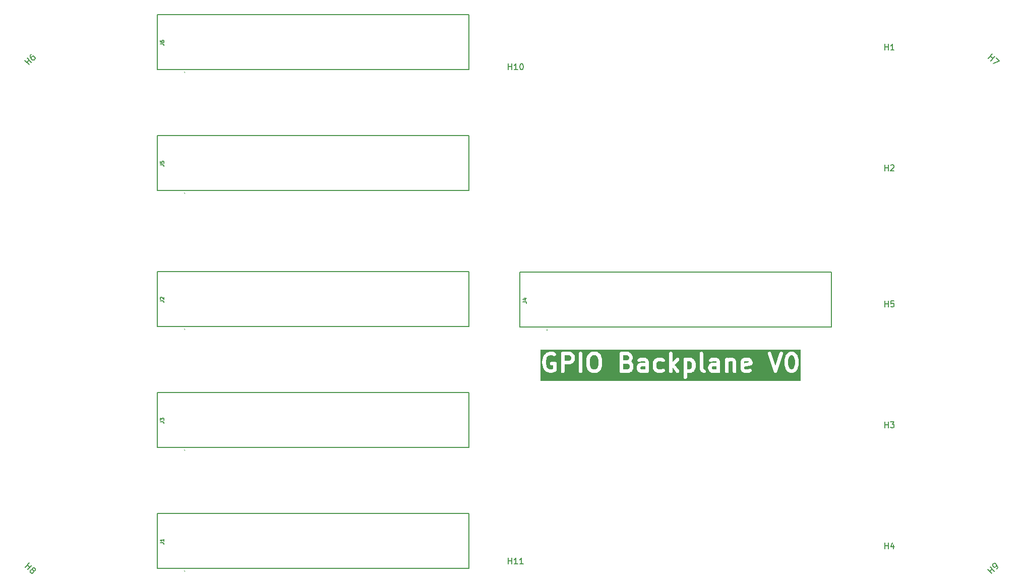
<source format=gto>
%TF.GenerationSoftware,KiCad,Pcbnew,8.0.7*%
%TF.CreationDate,2025-04-27T16:19:09+02:00*%
%TF.ProjectId,GPIO Backplane Board,4750494f-2042-4616-936b-706c616e6520,Pico GPIO Wide*%
%TF.SameCoordinates,Original*%
%TF.FileFunction,Legend,Top*%
%TF.FilePolarity,Positive*%
%FSLAX46Y46*%
G04 Gerber Fmt 4.6, Leading zero omitted, Abs format (unit mm)*
G04 Created by KiCad (PCBNEW 8.0.7) date 2025-04-27 16:19:09*
%MOMM*%
%LPD*%
G01*
G04 APERTURE LIST*
%ADD10C,0.600000*%
%ADD11C,0.150000*%
%ADD12C,0.100000*%
%ADD13C,0.200000*%
G04 APERTURE END LIST*
D10*
G36*
X116450598Y-25781070D02*
G01*
X116524608Y-25855079D01*
X116614021Y-26033905D01*
X116614021Y-26749408D01*
X116524608Y-26928234D01*
X116450598Y-27002244D01*
X116271772Y-27091657D01*
X115841984Y-27091657D01*
X115785449Y-27063389D01*
X115785449Y-25719924D01*
X115841984Y-25691657D01*
X116271772Y-25691657D01*
X116450598Y-25781070D01*
G37*
G36*
X100593456Y-24781070D02*
G01*
X100785988Y-24973602D01*
X100899735Y-25428589D01*
X100899735Y-26354724D01*
X100785988Y-26809710D01*
X100593455Y-27002243D01*
X100414629Y-27091657D01*
X99984841Y-27091657D01*
X99806015Y-27002244D01*
X99613481Y-26809710D01*
X99499735Y-26354724D01*
X99499735Y-25428589D01*
X99613481Y-24973602D01*
X99806014Y-24781070D01*
X99984841Y-24691657D01*
X100414629Y-24691657D01*
X100593456Y-24781070D01*
G37*
G36*
X106037681Y-26225295D02*
G01*
X106096035Y-26283649D01*
X106185449Y-26462476D01*
X106185449Y-26749408D01*
X106096035Y-26928234D01*
X106022026Y-27002244D01*
X105843200Y-27091657D01*
X105071163Y-27091657D01*
X105071163Y-26120228D01*
X105722480Y-26120228D01*
X106037681Y-26225295D01*
G37*
G36*
X105879170Y-24781070D02*
G01*
X105953179Y-24855079D01*
X106042592Y-25033905D01*
X106042592Y-25177980D01*
X105953179Y-25356806D01*
X105879170Y-25430814D01*
X105700343Y-25520228D01*
X105071163Y-25520228D01*
X105071163Y-24691657D01*
X105700343Y-24691657D01*
X105879170Y-24781070D01*
G37*
G36*
X108756878Y-27063389D02*
G01*
X108700343Y-27091657D01*
X108127698Y-27091657D01*
X107994769Y-27025193D01*
X107928306Y-26892265D01*
X107928306Y-26748191D01*
X107994769Y-26615263D01*
X108127698Y-26548800D01*
X108756878Y-26548800D01*
X108756878Y-27063389D01*
G37*
G36*
X120756879Y-27063389D02*
G01*
X120700344Y-27091657D01*
X120127699Y-27091657D01*
X119994770Y-27025193D01*
X119928307Y-26892265D01*
X119928307Y-26748191D01*
X119994770Y-26615263D01*
X120127699Y-26548800D01*
X120756879Y-26548800D01*
X120756879Y-27063389D01*
G37*
G36*
X126118986Y-25758120D02*
G01*
X126171338Y-25862823D01*
X125356879Y-26025715D01*
X125356879Y-25891048D01*
X125423342Y-25758120D01*
X125556271Y-25691657D01*
X125986059Y-25691657D01*
X126118986Y-25758120D01*
G37*
G36*
X133593457Y-24781070D02*
G01*
X133667467Y-24855079D01*
X133773823Y-25067792D01*
X133899737Y-25571446D01*
X133899737Y-26211867D01*
X133773823Y-26715521D01*
X133667467Y-26928234D01*
X133593457Y-27002244D01*
X133414631Y-27091657D01*
X133270557Y-27091657D01*
X133091731Y-27002244D01*
X133017721Y-26928234D01*
X132911364Y-26715520D01*
X132785451Y-26211867D01*
X132785451Y-25571446D01*
X132911364Y-25067791D01*
X133017720Y-24855079D01*
X133091730Y-24781070D01*
X133270557Y-24691657D01*
X133414631Y-24691657D01*
X133593457Y-24781070D01*
G37*
G36*
X96164885Y-24781070D02*
G01*
X96238894Y-24855079D01*
X96328307Y-25033905D01*
X96328307Y-25320837D01*
X96238894Y-25499663D01*
X96164885Y-25573671D01*
X95986058Y-25663085D01*
X95214021Y-25663085D01*
X95214021Y-24691657D01*
X95986058Y-24691657D01*
X96164885Y-24781070D01*
G37*
G36*
X134833070Y-29022423D02*
G01*
X91137831Y-29022423D01*
X91137831Y-25677371D01*
X91471164Y-25677371D01*
X91471164Y-26105942D01*
X91473172Y-26136587D01*
X91473114Y-26140091D01*
X91473565Y-26142581D01*
X91473731Y-26145100D01*
X91474635Y-26148476D01*
X91480121Y-26178703D01*
X91622978Y-26750131D01*
X91629427Y-26770232D01*
X91630477Y-26775363D01*
X91632988Y-26781334D01*
X91634966Y-26787497D01*
X91637505Y-26792072D01*
X91645693Y-26811535D01*
X91788550Y-27097249D01*
X91808358Y-27131125D01*
X91814352Y-27137885D01*
X91818872Y-27145713D01*
X91844746Y-27175217D01*
X92130461Y-27460932D01*
X92142647Y-27471619D01*
X92146032Y-27475436D01*
X92149948Y-27478021D01*
X92159965Y-27486806D01*
X92186154Y-27501926D01*
X92211388Y-27518587D01*
X92223723Y-27523617D01*
X92227788Y-27525964D01*
X92232715Y-27527284D01*
X92247725Y-27533405D01*
X92676295Y-27676262D01*
X92714255Y-27686209D01*
X92723274Y-27686750D01*
X92732006Y-27689090D01*
X92771164Y-27691657D01*
X93056878Y-27691657D01*
X93096036Y-27689090D01*
X93104763Y-27686751D01*
X93113786Y-27686210D01*
X93151746Y-27676262D01*
X93580318Y-27533405D01*
X93595323Y-27527285D01*
X93600256Y-27525964D01*
X93604324Y-27523615D01*
X93616654Y-27518587D01*
X93641886Y-27501928D01*
X93668079Y-27486805D01*
X93678092Y-27478023D01*
X93682010Y-27475437D01*
X93685395Y-27471618D01*
X93697583Y-27460931D01*
X93840440Y-27318073D01*
X93866305Y-27288577D01*
X93866313Y-27288570D01*
X93905471Y-27220747D01*
X93925740Y-27145100D01*
X93928307Y-27105942D01*
X93928307Y-26105942D01*
X93925740Y-26066784D01*
X93905471Y-25991137D01*
X93866313Y-25923314D01*
X93810935Y-25867936D01*
X93743112Y-25828778D01*
X93667465Y-25808509D01*
X93628307Y-25805942D01*
X93056878Y-25805942D01*
X93017720Y-25808509D01*
X92942073Y-25828778D01*
X92874250Y-25867936D01*
X92818872Y-25923314D01*
X92779714Y-25991137D01*
X92759445Y-26066784D01*
X92759445Y-26145100D01*
X92779714Y-26220747D01*
X92818872Y-26288570D01*
X92874250Y-26343948D01*
X92942073Y-26383106D01*
X93017720Y-26403375D01*
X93056878Y-26405942D01*
X93328307Y-26405942D01*
X93328307Y-26981678D01*
X93323395Y-26986590D01*
X93008195Y-27091657D01*
X92819847Y-27091657D01*
X92504647Y-26986590D01*
X92303434Y-26785377D01*
X92197077Y-26572664D01*
X92071164Y-26069009D01*
X92071164Y-25714303D01*
X92197077Y-25210648D01*
X92303433Y-24997936D01*
X92504647Y-24796723D01*
X92819847Y-24691657D01*
X93128916Y-24691657D01*
X93351286Y-24802842D01*
X93387458Y-24818058D01*
X93464183Y-24833759D01*
X93542358Y-24829067D01*
X93616655Y-24804301D01*
X93682011Y-24761150D01*
X93733970Y-24702554D01*
X93768994Y-24632506D01*
X93784695Y-24555781D01*
X93780003Y-24477606D01*
X93755237Y-24403309D01*
X93747544Y-24391657D01*
X94614021Y-24391657D01*
X94614021Y-27391657D01*
X94616588Y-27430815D01*
X94636857Y-27506462D01*
X94676015Y-27574285D01*
X94731393Y-27629663D01*
X94799216Y-27668821D01*
X94874863Y-27689090D01*
X94953179Y-27689090D01*
X95028826Y-27668821D01*
X95096649Y-27629663D01*
X95152027Y-27574285D01*
X95191185Y-27506462D01*
X95211454Y-27430815D01*
X95214021Y-27391657D01*
X95214021Y-26263085D01*
X96056878Y-26263085D01*
X96073054Y-26262024D01*
X96078144Y-26262330D01*
X96082739Y-26261389D01*
X96096036Y-26260518D01*
X96125249Y-26252690D01*
X96154870Y-26246629D01*
X96167148Y-26241464D01*
X96171683Y-26240249D01*
X96176102Y-26237697D01*
X96191042Y-26231413D01*
X96476757Y-26088556D01*
X96510633Y-26068748D01*
X96517393Y-26062753D01*
X96525221Y-26058234D01*
X96554725Y-26032360D01*
X96697582Y-25889503D01*
X96723456Y-25859999D01*
X96727975Y-25852171D01*
X96733970Y-25845411D01*
X96753778Y-25811535D01*
X96896635Y-25525821D01*
X96902919Y-25510881D01*
X96905471Y-25506462D01*
X96906686Y-25501927D01*
X96911851Y-25489649D01*
X96917912Y-25460027D01*
X96925740Y-25430815D01*
X96926611Y-25417519D01*
X96927552Y-25412924D01*
X96927246Y-25407834D01*
X96928307Y-25391657D01*
X96928307Y-24963085D01*
X96927246Y-24946907D01*
X96927552Y-24941818D01*
X96926611Y-24937222D01*
X96925740Y-24923927D01*
X96917912Y-24894714D01*
X96911851Y-24865093D01*
X96906686Y-24852814D01*
X96905471Y-24848280D01*
X96902919Y-24843860D01*
X96896635Y-24828921D01*
X96753778Y-24543207D01*
X96733970Y-24509331D01*
X96727975Y-24502570D01*
X96723456Y-24494743D01*
X96697582Y-24465239D01*
X96624000Y-24391657D01*
X97614021Y-24391657D01*
X97614021Y-27391657D01*
X97616588Y-27430815D01*
X97636857Y-27506462D01*
X97676015Y-27574285D01*
X97731393Y-27629663D01*
X97799216Y-27668821D01*
X97874863Y-27689090D01*
X97953179Y-27689090D01*
X98028826Y-27668821D01*
X98096649Y-27629663D01*
X98152027Y-27574285D01*
X98191185Y-27506462D01*
X98211454Y-27430815D01*
X98214021Y-27391657D01*
X98214021Y-25391657D01*
X98899735Y-25391657D01*
X98899735Y-26391657D01*
X98901743Y-26422302D01*
X98901685Y-26425806D01*
X98902136Y-26428296D01*
X98902302Y-26430815D01*
X98903206Y-26434191D01*
X98908692Y-26464418D01*
X99051549Y-27035846D01*
X99063537Y-27073212D01*
X99064769Y-27075432D01*
X99065428Y-27077890D01*
X99083759Y-27109640D01*
X99101548Y-27141685D01*
X99103316Y-27143513D01*
X99104586Y-27145713D01*
X99130460Y-27175217D01*
X99416175Y-27460932D01*
X99445679Y-27486806D01*
X99453506Y-27491325D01*
X99460267Y-27497320D01*
X99494143Y-27517128D01*
X99779857Y-27659985D01*
X99794796Y-27666269D01*
X99799216Y-27668821D01*
X99803750Y-27670036D01*
X99816029Y-27675201D01*
X99845650Y-27681262D01*
X99874863Y-27689090D01*
X99888158Y-27689961D01*
X99892754Y-27690902D01*
X99897843Y-27690596D01*
X99914021Y-27691657D01*
X100485449Y-27691657D01*
X100501625Y-27690596D01*
X100506715Y-27690902D01*
X100511310Y-27689961D01*
X100524607Y-27689090D01*
X100553820Y-27681262D01*
X100583441Y-27675201D01*
X100595719Y-27670036D01*
X100600254Y-27668821D01*
X100604673Y-27666269D01*
X100619613Y-27659985D01*
X100905328Y-27517128D01*
X100939204Y-27497320D01*
X100945967Y-27491322D01*
X100953792Y-27486805D01*
X100983296Y-27460932D01*
X101269010Y-27175217D01*
X101294884Y-27145713D01*
X101296155Y-27143511D01*
X101297922Y-27141684D01*
X101315703Y-27109653D01*
X101334042Y-27077890D01*
X101334700Y-27075432D01*
X101335933Y-27073212D01*
X101347921Y-27035846D01*
X101490778Y-26464417D01*
X101496263Y-26434192D01*
X101497168Y-26430815D01*
X101497333Y-26428295D01*
X101497785Y-26425806D01*
X101497726Y-26422302D01*
X101499735Y-26391657D01*
X101499735Y-25391657D01*
X101497726Y-25361011D01*
X101497785Y-25357507D01*
X101497333Y-25355016D01*
X101497168Y-25352499D01*
X101496263Y-25349123D01*
X101490778Y-25318896D01*
X101347921Y-24747467D01*
X101335933Y-24710101D01*
X101334700Y-24707880D01*
X101334042Y-24705423D01*
X101315703Y-24673659D01*
X101297922Y-24641629D01*
X101296155Y-24639801D01*
X101294884Y-24637600D01*
X101269010Y-24608096D01*
X101052571Y-24391657D01*
X104471163Y-24391657D01*
X104471163Y-27391657D01*
X104473730Y-27430815D01*
X104493999Y-27506462D01*
X104533157Y-27574285D01*
X104588535Y-27629663D01*
X104656358Y-27668821D01*
X104732005Y-27689090D01*
X104771163Y-27691657D01*
X105914020Y-27691657D01*
X105930196Y-27690596D01*
X105935286Y-27690902D01*
X105939881Y-27689961D01*
X105953178Y-27689090D01*
X105982391Y-27681262D01*
X106012012Y-27675201D01*
X106024290Y-27670036D01*
X106028825Y-27668821D01*
X106033244Y-27666269D01*
X106048184Y-27659985D01*
X106333899Y-27517128D01*
X106367775Y-27497320D01*
X106374536Y-27491324D01*
X106382364Y-27486805D01*
X106411868Y-27460931D01*
X106554725Y-27318073D01*
X106580598Y-27288569D01*
X106585115Y-27280744D01*
X106591112Y-27273982D01*
X106610920Y-27240106D01*
X106753777Y-26954392D01*
X106760061Y-26939452D01*
X106762613Y-26935033D01*
X106763828Y-26930498D01*
X106768993Y-26918220D01*
X106775054Y-26888598D01*
X106782882Y-26859386D01*
X106783753Y-26846090D01*
X106784694Y-26841495D01*
X106784388Y-26836405D01*
X106785449Y-26820228D01*
X106785449Y-26677371D01*
X107328306Y-26677371D01*
X107328306Y-26963085D01*
X107329366Y-26979261D01*
X107329061Y-26984351D01*
X107330001Y-26988946D01*
X107330873Y-27002243D01*
X107338700Y-27031456D01*
X107344762Y-27061077D01*
X107349926Y-27073355D01*
X107351142Y-27077890D01*
X107353693Y-27082309D01*
X107359978Y-27097249D01*
X107502835Y-27382964D01*
X107522643Y-27416840D01*
X107534595Y-27430319D01*
X107544527Y-27445361D01*
X107560467Y-27459495D01*
X107574602Y-27475436D01*
X107589643Y-27485367D01*
X107603123Y-27497320D01*
X107636999Y-27517128D01*
X107922714Y-27659985D01*
X107937653Y-27666269D01*
X107942073Y-27668821D01*
X107946607Y-27670036D01*
X107958886Y-27675201D01*
X107988506Y-27681262D01*
X108017720Y-27689090D01*
X108031016Y-27689961D01*
X108035612Y-27690902D01*
X108040701Y-27690596D01*
X108056878Y-27691657D01*
X108771163Y-27691657D01*
X108787339Y-27690596D01*
X108792429Y-27690902D01*
X108797024Y-27689961D01*
X108810321Y-27689090D01*
X108839534Y-27681262D01*
X108869155Y-27675201D01*
X108881433Y-27670036D01*
X108885968Y-27668821D01*
X108890387Y-27666269D01*
X108905327Y-27659985D01*
X108916817Y-27654239D01*
X108942073Y-27668821D01*
X109017720Y-27689090D01*
X109096036Y-27689090D01*
X109171683Y-27668821D01*
X109239506Y-27629663D01*
X109294884Y-27574285D01*
X109334042Y-27506462D01*
X109354311Y-27430815D01*
X109356878Y-27391657D01*
X109356878Y-25963085D01*
X110042592Y-25963085D01*
X110042592Y-26820228D01*
X110043652Y-26836405D01*
X110043347Y-26841495D01*
X110044287Y-26846090D01*
X110045159Y-26859386D01*
X110052986Y-26888598D01*
X110059048Y-26918220D01*
X110064212Y-26930498D01*
X110065428Y-26935033D01*
X110067979Y-26939452D01*
X110074264Y-26954392D01*
X110217121Y-27240106D01*
X110236929Y-27273982D01*
X110242925Y-27280744D01*
X110247443Y-27288569D01*
X110273316Y-27318073D01*
X110416173Y-27460931D01*
X110445677Y-27486805D01*
X110453504Y-27491324D01*
X110460266Y-27497320D01*
X110494142Y-27517128D01*
X110779857Y-27659985D01*
X110794796Y-27666269D01*
X110799216Y-27668821D01*
X110803750Y-27670036D01*
X110816029Y-27675201D01*
X110845649Y-27681262D01*
X110874863Y-27689090D01*
X110888159Y-27689961D01*
X110892755Y-27690902D01*
X110897844Y-27690596D01*
X110914021Y-27691657D01*
X111485449Y-27691657D01*
X111501625Y-27690596D01*
X111506715Y-27690902D01*
X111511310Y-27689961D01*
X111524607Y-27689090D01*
X111553820Y-27681262D01*
X111583441Y-27675201D01*
X111595719Y-27670036D01*
X111600254Y-27668821D01*
X111604673Y-27666269D01*
X111619613Y-27659985D01*
X111905328Y-27517128D01*
X111939204Y-27497320D01*
X111997800Y-27445361D01*
X112040951Y-27380006D01*
X112065717Y-27305708D01*
X112070410Y-27227534D01*
X112054708Y-27150808D01*
X112019685Y-27080760D01*
X111967725Y-27022164D01*
X111902370Y-26979013D01*
X111828072Y-26954247D01*
X111749898Y-26949555D01*
X111673172Y-26965256D01*
X111637000Y-26980472D01*
X111414629Y-27091657D01*
X110984841Y-27091657D01*
X110806014Y-27002244D01*
X110732005Y-26928234D01*
X110642592Y-26749408D01*
X110642592Y-26033905D01*
X110732005Y-25855079D01*
X110806013Y-25781070D01*
X110984841Y-25691657D01*
X111414629Y-25691657D01*
X111637000Y-25802842D01*
X111673172Y-25818058D01*
X111749898Y-25833759D01*
X111828072Y-25829067D01*
X111902370Y-25804301D01*
X111967725Y-25761150D01*
X112019685Y-25702554D01*
X112054708Y-25632506D01*
X112070410Y-25555780D01*
X112065717Y-25477606D01*
X112040951Y-25403308D01*
X111997800Y-25337953D01*
X111939204Y-25285994D01*
X111905328Y-25266186D01*
X111619613Y-25123329D01*
X111604673Y-25117044D01*
X111600254Y-25114493D01*
X111595719Y-25113277D01*
X111583441Y-25108113D01*
X111553820Y-25102051D01*
X111524607Y-25094224D01*
X111511310Y-25093352D01*
X111506715Y-25092412D01*
X111501625Y-25092717D01*
X111485449Y-25091657D01*
X110914021Y-25091657D01*
X110897844Y-25092717D01*
X110892755Y-25092412D01*
X110888159Y-25093352D01*
X110874863Y-25094224D01*
X110845649Y-25102051D01*
X110816029Y-25108113D01*
X110803750Y-25113277D01*
X110799216Y-25114493D01*
X110794796Y-25117044D01*
X110779857Y-25123329D01*
X110494142Y-25266186D01*
X110460266Y-25285994D01*
X110453505Y-25291988D01*
X110445678Y-25296508D01*
X110416174Y-25322382D01*
X110273317Y-25465239D01*
X110247443Y-25494743D01*
X110242923Y-25502570D01*
X110236929Y-25509331D01*
X110217121Y-25543207D01*
X110074264Y-25828921D01*
X110067979Y-25843860D01*
X110065428Y-25848280D01*
X110064212Y-25852814D01*
X110059048Y-25865093D01*
X110052986Y-25894714D01*
X110045159Y-25923927D01*
X110044287Y-25937222D01*
X110043347Y-25941818D01*
X110043652Y-25946907D01*
X110042592Y-25963085D01*
X109356878Y-25963085D01*
X109356878Y-25820228D01*
X109355817Y-25804050D01*
X109356123Y-25798960D01*
X109355182Y-25794364D01*
X109354311Y-25781070D01*
X109346484Y-25751860D01*
X109340422Y-25722235D01*
X109335256Y-25709954D01*
X109334042Y-25705423D01*
X109331492Y-25701006D01*
X109325206Y-25686063D01*
X109182348Y-25400349D01*
X109162540Y-25366473D01*
X109150584Y-25352990D01*
X109140656Y-25337953D01*
X109124716Y-25323818D01*
X109110580Y-25307877D01*
X109095539Y-25297946D01*
X109082060Y-25285994D01*
X109048184Y-25266186D01*
X108762470Y-25123329D01*
X108747530Y-25117044D01*
X108743111Y-25114493D01*
X108738576Y-25113277D01*
X108726298Y-25108113D01*
X108696676Y-25102051D01*
X108667464Y-25094224D01*
X108654168Y-25093352D01*
X108649573Y-25092412D01*
X108644483Y-25092717D01*
X108628306Y-25091657D01*
X108056878Y-25091657D01*
X108040701Y-25092717D01*
X108035612Y-25092412D01*
X108031016Y-25093352D01*
X108017720Y-25094224D01*
X107988506Y-25102051D01*
X107958886Y-25108113D01*
X107946607Y-25113277D01*
X107942073Y-25114493D01*
X107937653Y-25117044D01*
X107922714Y-25123329D01*
X107636999Y-25266186D01*
X107603123Y-25285994D01*
X107544527Y-25337953D01*
X107501376Y-25403308D01*
X107476610Y-25477606D01*
X107471918Y-25555780D01*
X107487619Y-25632506D01*
X107522643Y-25702554D01*
X107574602Y-25761150D01*
X107639957Y-25804301D01*
X107714255Y-25829067D01*
X107792429Y-25833759D01*
X107869155Y-25818058D01*
X107905327Y-25802842D01*
X108127698Y-25691657D01*
X108557486Y-25691657D01*
X108690413Y-25758120D01*
X108756878Y-25891048D01*
X108756878Y-25920532D01*
X108700343Y-25948800D01*
X108056878Y-25948800D01*
X108040701Y-25949860D01*
X108035612Y-25949555D01*
X108031016Y-25950495D01*
X108017720Y-25951367D01*
X107988506Y-25959194D01*
X107958886Y-25965256D01*
X107946607Y-25970420D01*
X107942073Y-25971636D01*
X107937653Y-25974187D01*
X107922714Y-25980472D01*
X107636999Y-26123329D01*
X107603123Y-26143137D01*
X107589642Y-26155090D01*
X107574602Y-26165021D01*
X107560467Y-26180961D01*
X107544527Y-26195096D01*
X107534595Y-26210137D01*
X107522643Y-26223617D01*
X107502835Y-26257493D01*
X107359978Y-26543207D01*
X107353693Y-26558146D01*
X107351142Y-26562566D01*
X107349926Y-26567100D01*
X107344762Y-26579379D01*
X107338700Y-26609000D01*
X107330873Y-26638213D01*
X107330001Y-26651508D01*
X107329061Y-26656104D01*
X107329366Y-26661193D01*
X107328306Y-26677371D01*
X106785449Y-26677371D01*
X106785449Y-26391657D01*
X106784388Y-26375480D01*
X106784694Y-26370391D01*
X106783753Y-26365795D01*
X106782882Y-26352499D01*
X106775054Y-26323285D01*
X106768993Y-26293665D01*
X106763828Y-26281386D01*
X106762613Y-26276852D01*
X106760061Y-26272432D01*
X106753777Y-26257493D01*
X106610920Y-25971778D01*
X106591112Y-25937902D01*
X106585117Y-25931141D01*
X106580598Y-25923314D01*
X106554724Y-25893810D01*
X106411867Y-25750953D01*
X106409572Y-25748940D01*
X106411867Y-25746646D01*
X106437741Y-25717142D01*
X106442260Y-25709314D01*
X106448255Y-25702554D01*
X106468063Y-25668678D01*
X106610920Y-25382964D01*
X106617204Y-25368024D01*
X106619756Y-25363605D01*
X106620971Y-25359070D01*
X106626136Y-25346792D01*
X106632197Y-25317170D01*
X106640025Y-25287958D01*
X106640896Y-25274662D01*
X106641837Y-25270067D01*
X106641531Y-25264977D01*
X106642592Y-25248800D01*
X106642592Y-24963085D01*
X106641531Y-24946907D01*
X106641837Y-24941818D01*
X106640896Y-24937222D01*
X106640025Y-24923927D01*
X106632197Y-24894714D01*
X106626136Y-24865093D01*
X106620971Y-24852814D01*
X106619756Y-24848280D01*
X106617204Y-24843860D01*
X106610920Y-24828921D01*
X106468063Y-24543207D01*
X106448255Y-24509331D01*
X106442260Y-24502570D01*
X106437741Y-24494743D01*
X106411867Y-24465239D01*
X106338285Y-24391657D01*
X112756878Y-24391657D01*
X112756878Y-27391657D01*
X112759445Y-27430815D01*
X112779714Y-27506462D01*
X112818872Y-27574285D01*
X112874250Y-27629663D01*
X112942073Y-27668821D01*
X113017720Y-27689090D01*
X113096036Y-27689090D01*
X113171683Y-27668821D01*
X113239506Y-27629663D01*
X113294884Y-27574285D01*
X113334042Y-27506462D01*
X113354311Y-27430815D01*
X113356878Y-27391657D01*
X113356878Y-26767846D01*
X113959735Y-27571657D01*
X113985283Y-27601443D01*
X114046887Y-27649799D01*
X114118907Y-27680563D01*
X114196436Y-27691639D01*
X114274189Y-27682271D01*
X114346868Y-27653098D01*
X114409521Y-27606109D01*
X114457877Y-27544505D01*
X114488641Y-27472485D01*
X114499717Y-27394956D01*
X114490349Y-27317203D01*
X114461176Y-27244524D01*
X114439735Y-27211657D01*
X113738705Y-26276950D01*
X114411867Y-25603789D01*
X114437741Y-25574285D01*
X114476899Y-25506462D01*
X114497168Y-25430815D01*
X114497168Y-25391657D01*
X115185449Y-25391657D01*
X115185449Y-28391657D01*
X115188016Y-28430815D01*
X115208285Y-28506462D01*
X115247443Y-28574285D01*
X115302821Y-28629663D01*
X115370644Y-28668821D01*
X115446291Y-28689090D01*
X115524607Y-28689090D01*
X115600254Y-28668821D01*
X115668077Y-28629663D01*
X115723455Y-28574285D01*
X115762613Y-28506462D01*
X115782882Y-28430815D01*
X115785449Y-28391657D01*
X115785449Y-27691657D01*
X116342592Y-27691657D01*
X116358769Y-27690596D01*
X116363859Y-27690902D01*
X116368454Y-27689961D01*
X116381750Y-27689090D01*
X116410962Y-27681262D01*
X116440584Y-27675201D01*
X116452862Y-27670036D01*
X116457397Y-27668821D01*
X116461816Y-27666269D01*
X116476756Y-27659985D01*
X116762470Y-27517128D01*
X116796346Y-27497320D01*
X116803106Y-27491325D01*
X116810934Y-27486806D01*
X116840438Y-27460932D01*
X116983296Y-27318074D01*
X117009170Y-27288570D01*
X117013689Y-27280742D01*
X117019684Y-27273982D01*
X117039492Y-27240106D01*
X117182349Y-26954392D01*
X117188633Y-26939452D01*
X117191185Y-26935033D01*
X117192400Y-26930498D01*
X117197565Y-26918220D01*
X117203626Y-26888598D01*
X117211454Y-26859386D01*
X117212325Y-26846090D01*
X117213266Y-26841495D01*
X117212960Y-26836405D01*
X117214021Y-26820228D01*
X117214021Y-25963085D01*
X117212960Y-25946907D01*
X117213266Y-25941818D01*
X117212325Y-25937222D01*
X117211454Y-25923927D01*
X117203626Y-25894714D01*
X117197565Y-25865093D01*
X117192400Y-25852814D01*
X117191185Y-25848280D01*
X117188633Y-25843860D01*
X117182349Y-25828921D01*
X117039492Y-25543207D01*
X117019684Y-25509331D01*
X117013688Y-25502569D01*
X117009169Y-25494742D01*
X116983295Y-25465238D01*
X116840437Y-25322381D01*
X116810933Y-25296508D01*
X116803108Y-25291990D01*
X116796346Y-25285994D01*
X116762470Y-25266186D01*
X116476756Y-25123329D01*
X116461816Y-25117044D01*
X116457397Y-25114493D01*
X116452862Y-25113277D01*
X116440584Y-25108113D01*
X116410962Y-25102051D01*
X116381750Y-25094224D01*
X116368454Y-25093352D01*
X116363859Y-25092412D01*
X116358769Y-25092717D01*
X116342592Y-25091657D01*
X115771164Y-25091657D01*
X115754987Y-25092717D01*
X115749898Y-25092412D01*
X115745302Y-25093352D01*
X115732006Y-25094224D01*
X115702792Y-25102051D01*
X115673172Y-25108113D01*
X115660893Y-25113277D01*
X115656359Y-25114493D01*
X115651939Y-25117044D01*
X115637000Y-25123329D01*
X115625509Y-25129074D01*
X115600254Y-25114493D01*
X115524607Y-25094224D01*
X115446291Y-25094224D01*
X115370644Y-25114493D01*
X115302821Y-25153651D01*
X115247443Y-25209029D01*
X115208285Y-25276852D01*
X115188016Y-25352499D01*
X115185449Y-25391657D01*
X114497168Y-25391657D01*
X114497168Y-25352499D01*
X114476899Y-25276852D01*
X114437741Y-25209029D01*
X114382363Y-25153651D01*
X114314540Y-25114493D01*
X114238893Y-25094224D01*
X114160577Y-25094224D01*
X114084930Y-25114493D01*
X114017107Y-25153651D01*
X113987603Y-25179525D01*
X113356878Y-25810250D01*
X113356878Y-24391657D01*
X117899735Y-24391657D01*
X117899735Y-26963085D01*
X117900795Y-26979261D01*
X117900490Y-26984351D01*
X117901430Y-26988946D01*
X117902302Y-27002243D01*
X117910129Y-27031456D01*
X117916191Y-27061077D01*
X117921355Y-27073355D01*
X117922571Y-27077890D01*
X117925122Y-27082309D01*
X117931407Y-27097249D01*
X118074264Y-27382964D01*
X118094072Y-27416840D01*
X118106024Y-27430319D01*
X118115956Y-27445361D01*
X118131896Y-27459495D01*
X118146031Y-27475436D01*
X118161072Y-27485367D01*
X118174552Y-27497320D01*
X118208428Y-27517128D01*
X118494143Y-27659985D01*
X118530315Y-27675201D01*
X118607041Y-27690902D01*
X118685215Y-27686210D01*
X118759513Y-27661444D01*
X118824868Y-27618293D01*
X118876828Y-27559697D01*
X118911851Y-27489649D01*
X118927553Y-27412923D01*
X118922860Y-27334749D01*
X118898094Y-27260451D01*
X118854943Y-27195096D01*
X118796347Y-27143137D01*
X118762471Y-27123329D01*
X118566198Y-27025193D01*
X118499735Y-26892265D01*
X118499735Y-26677371D01*
X119328307Y-26677371D01*
X119328307Y-26963085D01*
X119329367Y-26979261D01*
X119329062Y-26984351D01*
X119330002Y-26988946D01*
X119330874Y-27002243D01*
X119338701Y-27031456D01*
X119344763Y-27061077D01*
X119349927Y-27073355D01*
X119351143Y-27077890D01*
X119353694Y-27082309D01*
X119359979Y-27097249D01*
X119502836Y-27382964D01*
X119522644Y-27416840D01*
X119534596Y-27430319D01*
X119544528Y-27445361D01*
X119560468Y-27459495D01*
X119574603Y-27475436D01*
X119589644Y-27485367D01*
X119603124Y-27497320D01*
X119637000Y-27517128D01*
X119922715Y-27659985D01*
X119937654Y-27666269D01*
X119942074Y-27668821D01*
X119946608Y-27670036D01*
X119958887Y-27675201D01*
X119988507Y-27681262D01*
X120017721Y-27689090D01*
X120031017Y-27689961D01*
X120035613Y-27690902D01*
X120040702Y-27690596D01*
X120056879Y-27691657D01*
X120771164Y-27691657D01*
X120787340Y-27690596D01*
X120792430Y-27690902D01*
X120797025Y-27689961D01*
X120810322Y-27689090D01*
X120839535Y-27681262D01*
X120869156Y-27675201D01*
X120881434Y-27670036D01*
X120885969Y-27668821D01*
X120890388Y-27666269D01*
X120905328Y-27659985D01*
X120916818Y-27654239D01*
X120942074Y-27668821D01*
X121017721Y-27689090D01*
X121096037Y-27689090D01*
X121171684Y-27668821D01*
X121239507Y-27629663D01*
X121294885Y-27574285D01*
X121334043Y-27506462D01*
X121354312Y-27430815D01*
X121356879Y-27391657D01*
X121356879Y-25820228D01*
X121355818Y-25804050D01*
X121356124Y-25798960D01*
X121355183Y-25794364D01*
X121354312Y-25781070D01*
X121346485Y-25751860D01*
X121340423Y-25722235D01*
X121335257Y-25709954D01*
X121334043Y-25705423D01*
X121331493Y-25701006D01*
X121325207Y-25686063D01*
X121182349Y-25400349D01*
X121177267Y-25391657D01*
X122185450Y-25391657D01*
X122185450Y-27391657D01*
X122188017Y-27430815D01*
X122208286Y-27506462D01*
X122247444Y-27574285D01*
X122302822Y-27629663D01*
X122370645Y-27668821D01*
X122446292Y-27689090D01*
X122524608Y-27689090D01*
X122600255Y-27668821D01*
X122668078Y-27629663D01*
X122723456Y-27574285D01*
X122762614Y-27506462D01*
X122782883Y-27430815D01*
X122785450Y-27391657D01*
X122785450Y-25801635D01*
X122806014Y-25781070D01*
X122984842Y-25691657D01*
X123271773Y-25691657D01*
X123404700Y-25758120D01*
X123471165Y-25891048D01*
X123471165Y-27391657D01*
X123473732Y-27430815D01*
X123494001Y-27506462D01*
X123533159Y-27574285D01*
X123588537Y-27629663D01*
X123656360Y-27668821D01*
X123732007Y-27689090D01*
X123810323Y-27689090D01*
X123885970Y-27668821D01*
X123953793Y-27629663D01*
X124009171Y-27574285D01*
X124048329Y-27506462D01*
X124068598Y-27430815D01*
X124071165Y-27391657D01*
X124071165Y-25820228D01*
X124756879Y-25820228D01*
X124756879Y-26963085D01*
X124757939Y-26979261D01*
X124757634Y-26984351D01*
X124758574Y-26988946D01*
X124759446Y-27002243D01*
X124767273Y-27031456D01*
X124773335Y-27061077D01*
X124778499Y-27073355D01*
X124779715Y-27077890D01*
X124782266Y-27082309D01*
X124788551Y-27097249D01*
X124931408Y-27382964D01*
X124951216Y-27416840D01*
X124963168Y-27430319D01*
X124973100Y-27445361D01*
X124989040Y-27459495D01*
X125003175Y-27475436D01*
X125018216Y-27485367D01*
X125031696Y-27497320D01*
X125065572Y-27517128D01*
X125351287Y-27659985D01*
X125366226Y-27666269D01*
X125370646Y-27668821D01*
X125375180Y-27670036D01*
X125387459Y-27675201D01*
X125417079Y-27681262D01*
X125446293Y-27689090D01*
X125459589Y-27689961D01*
X125464185Y-27690902D01*
X125469274Y-27690596D01*
X125485451Y-27691657D01*
X126056879Y-27691657D01*
X126073056Y-27690596D01*
X126078146Y-27690902D01*
X126082741Y-27689961D01*
X126096037Y-27689090D01*
X126125249Y-27681262D01*
X126154871Y-27675201D01*
X126167149Y-27670036D01*
X126171684Y-27668821D01*
X126176103Y-27666269D01*
X126191043Y-27659985D01*
X126476757Y-27517128D01*
X126510633Y-27497320D01*
X126569229Y-27445361D01*
X126612380Y-27380005D01*
X126637146Y-27305708D01*
X126641838Y-27227533D01*
X126626137Y-27150808D01*
X126591113Y-27080760D01*
X126539154Y-27022164D01*
X126473798Y-26979013D01*
X126399501Y-26954247D01*
X126321326Y-26949555D01*
X126244601Y-26965256D01*
X126208429Y-26980472D01*
X125986059Y-27091657D01*
X125556271Y-27091657D01*
X125423342Y-27025193D01*
X125356879Y-26892265D01*
X125356879Y-26637597D01*
X126544286Y-26400116D01*
X126582180Y-26389920D01*
X126590880Y-26385618D01*
X126600256Y-26383106D01*
X126625865Y-26368320D01*
X126652383Y-26355209D01*
X126659676Y-26348799D01*
X126668079Y-26343948D01*
X126688989Y-26323037D01*
X126711209Y-26303510D01*
X126716593Y-26295434D01*
X126723457Y-26288570D01*
X126738247Y-26262951D01*
X126754651Y-26238347D01*
X126757760Y-26229155D01*
X126762615Y-26220747D01*
X126770271Y-26192170D01*
X126779747Y-26164161D01*
X126780371Y-26154476D01*
X126782884Y-26145100D01*
X126785451Y-26105942D01*
X126785451Y-25820228D01*
X126784390Y-25804050D01*
X126784696Y-25798960D01*
X126783755Y-25794364D01*
X126782884Y-25781070D01*
X126775057Y-25751860D01*
X126768995Y-25722235D01*
X126763829Y-25709954D01*
X126762615Y-25705423D01*
X126760065Y-25701006D01*
X126753779Y-25686063D01*
X126610921Y-25400349D01*
X126591113Y-25366473D01*
X126579157Y-25352990D01*
X126569229Y-25337953D01*
X126553289Y-25323818D01*
X126539153Y-25307877D01*
X126524112Y-25297946D01*
X126510633Y-25285994D01*
X126476757Y-25266186D01*
X126191043Y-25123329D01*
X126176103Y-25117044D01*
X126171684Y-25114493D01*
X126167149Y-25113277D01*
X126154871Y-25108113D01*
X126125249Y-25102051D01*
X126096037Y-25094224D01*
X126082741Y-25093352D01*
X126078146Y-25092412D01*
X126073056Y-25092717D01*
X126056879Y-25091657D01*
X125485451Y-25091657D01*
X125469274Y-25092717D01*
X125464185Y-25092412D01*
X125459589Y-25093352D01*
X125446293Y-25094224D01*
X125417079Y-25102051D01*
X125387459Y-25108113D01*
X125375180Y-25113277D01*
X125370646Y-25114493D01*
X125366226Y-25117044D01*
X125351287Y-25123329D01*
X125065572Y-25266186D01*
X125031696Y-25285994D01*
X125018215Y-25297947D01*
X125003175Y-25307878D01*
X124989040Y-25323818D01*
X124973100Y-25337953D01*
X124963168Y-25352994D01*
X124951216Y-25366474D01*
X124931408Y-25400350D01*
X124788551Y-25686064D01*
X124782266Y-25701003D01*
X124779715Y-25705423D01*
X124778499Y-25709957D01*
X124773335Y-25722236D01*
X124767273Y-25751857D01*
X124759446Y-25781070D01*
X124758574Y-25794365D01*
X124757634Y-25798961D01*
X124757939Y-25804050D01*
X124756879Y-25820228D01*
X124071165Y-25820228D01*
X124070104Y-25804050D01*
X124070410Y-25798960D01*
X124069469Y-25794364D01*
X124068598Y-25781070D01*
X124060771Y-25751860D01*
X124054709Y-25722235D01*
X124049543Y-25709954D01*
X124048329Y-25705423D01*
X124045779Y-25701006D01*
X124039493Y-25686063D01*
X123896635Y-25400349D01*
X123876827Y-25366473D01*
X123864871Y-25352990D01*
X123854943Y-25337953D01*
X123839003Y-25323818D01*
X123824867Y-25307877D01*
X123809826Y-25297946D01*
X123796347Y-25285994D01*
X123762471Y-25266186D01*
X123476757Y-25123329D01*
X123461817Y-25117044D01*
X123457398Y-25114493D01*
X123452863Y-25113277D01*
X123440585Y-25108113D01*
X123410963Y-25102051D01*
X123381751Y-25094224D01*
X123368455Y-25093352D01*
X123363860Y-25092412D01*
X123358770Y-25092717D01*
X123342593Y-25091657D01*
X122914022Y-25091657D01*
X122897845Y-25092717D01*
X122892756Y-25092412D01*
X122888160Y-25093352D01*
X122874864Y-25094224D01*
X122845650Y-25102051D01*
X122816030Y-25108113D01*
X122803751Y-25113277D01*
X122799217Y-25114493D01*
X122794797Y-25117044D01*
X122779858Y-25123329D01*
X122685123Y-25170696D01*
X122668078Y-25153651D01*
X122600255Y-25114493D01*
X122524608Y-25094224D01*
X122446292Y-25094224D01*
X122370645Y-25114493D01*
X122302822Y-25153651D01*
X122247444Y-25209029D01*
X122208286Y-25276852D01*
X122188017Y-25352499D01*
X122185450Y-25391657D01*
X121177267Y-25391657D01*
X121162541Y-25366473D01*
X121150585Y-25352990D01*
X121140657Y-25337953D01*
X121124717Y-25323818D01*
X121110581Y-25307877D01*
X121095540Y-25297946D01*
X121082061Y-25285994D01*
X121048185Y-25266186D01*
X120762471Y-25123329D01*
X120747531Y-25117044D01*
X120743112Y-25114493D01*
X120738577Y-25113277D01*
X120726299Y-25108113D01*
X120696677Y-25102051D01*
X120667465Y-25094224D01*
X120654169Y-25093352D01*
X120649574Y-25092412D01*
X120644484Y-25092717D01*
X120628307Y-25091657D01*
X120056879Y-25091657D01*
X120040702Y-25092717D01*
X120035613Y-25092412D01*
X120031017Y-25093352D01*
X120017721Y-25094224D01*
X119988507Y-25102051D01*
X119958887Y-25108113D01*
X119946608Y-25113277D01*
X119942074Y-25114493D01*
X119937654Y-25117044D01*
X119922715Y-25123329D01*
X119637000Y-25266186D01*
X119603124Y-25285994D01*
X119544528Y-25337953D01*
X119501377Y-25403308D01*
X119476611Y-25477606D01*
X119471919Y-25555780D01*
X119487620Y-25632506D01*
X119522644Y-25702554D01*
X119574603Y-25761150D01*
X119639958Y-25804301D01*
X119714256Y-25829067D01*
X119792430Y-25833759D01*
X119869156Y-25818058D01*
X119905328Y-25802842D01*
X120127699Y-25691657D01*
X120557487Y-25691657D01*
X120690414Y-25758120D01*
X120756879Y-25891048D01*
X120756879Y-25920532D01*
X120700344Y-25948800D01*
X120056879Y-25948800D01*
X120040702Y-25949860D01*
X120035613Y-25949555D01*
X120031017Y-25950495D01*
X120017721Y-25951367D01*
X119988507Y-25959194D01*
X119958887Y-25965256D01*
X119946608Y-25970420D01*
X119942074Y-25971636D01*
X119937654Y-25974187D01*
X119922715Y-25980472D01*
X119637000Y-26123329D01*
X119603124Y-26143137D01*
X119589643Y-26155090D01*
X119574603Y-26165021D01*
X119560468Y-26180961D01*
X119544528Y-26195096D01*
X119534596Y-26210137D01*
X119522644Y-26223617D01*
X119502836Y-26257493D01*
X119359979Y-26543207D01*
X119353694Y-26558146D01*
X119351143Y-26562566D01*
X119349927Y-26567100D01*
X119344763Y-26579379D01*
X119338701Y-26609000D01*
X119330874Y-26638213D01*
X119330002Y-26651508D01*
X119329062Y-26656104D01*
X119329367Y-26661193D01*
X119328307Y-26677371D01*
X118499735Y-26677371D01*
X118499735Y-24391657D01*
X118498341Y-24370390D01*
X129329063Y-24370390D01*
X129333755Y-24448565D01*
X129343703Y-24486525D01*
X130343703Y-27486526D01*
X130344549Y-27488602D01*
X130344764Y-27489649D01*
X130345916Y-27491954D01*
X130358521Y-27522862D01*
X130370261Y-27540644D01*
X130379788Y-27559697D01*
X130391741Y-27573177D01*
X130401672Y-27588218D01*
X130417613Y-27602354D01*
X130431747Y-27618293D01*
X130446784Y-27628221D01*
X130460268Y-27640178D01*
X130479327Y-27649707D01*
X130497103Y-27661444D01*
X130514194Y-27667141D01*
X130530316Y-27675202D01*
X130551193Y-27679474D01*
X130571400Y-27686210D01*
X130589382Y-27687289D01*
X130607041Y-27690903D01*
X130628314Y-27689625D01*
X130649575Y-27690902D01*
X130667225Y-27687290D01*
X130685216Y-27686210D01*
X130705430Y-27679471D01*
X130726300Y-27675201D01*
X130742415Y-27667143D01*
X130759513Y-27661444D01*
X130777296Y-27649702D01*
X130796348Y-27640177D01*
X130809824Y-27628226D01*
X130824869Y-27618294D01*
X130839007Y-27602349D01*
X130854944Y-27588218D01*
X130864871Y-27573181D01*
X130876828Y-27559698D01*
X130886355Y-27540641D01*
X130898095Y-27522862D01*
X130910697Y-27491958D01*
X130911852Y-27489649D01*
X130912066Y-27488600D01*
X130912913Y-27486525D01*
X131563583Y-25534514D01*
X132185451Y-25534514D01*
X132185451Y-26248800D01*
X132187459Y-26279445D01*
X132187401Y-26282949D01*
X132187852Y-26285439D01*
X132188018Y-26287958D01*
X132188922Y-26291334D01*
X132194408Y-26321561D01*
X132337265Y-26892989D01*
X132343714Y-26913092D01*
X132344764Y-26918220D01*
X132347274Y-26924187D01*
X132349253Y-26930355D01*
X132351794Y-26934933D01*
X132359980Y-26954392D01*
X132502837Y-27240106D01*
X132522645Y-27273982D01*
X132528639Y-27280742D01*
X132533159Y-27288570D01*
X132559033Y-27318074D01*
X132701891Y-27460932D01*
X132731395Y-27486806D01*
X132739222Y-27491325D01*
X132745983Y-27497320D01*
X132779859Y-27517128D01*
X133065573Y-27659985D01*
X133080512Y-27666269D01*
X133084932Y-27668821D01*
X133089466Y-27670036D01*
X133101745Y-27675201D01*
X133131366Y-27681262D01*
X133160579Y-27689090D01*
X133173874Y-27689961D01*
X133178470Y-27690902D01*
X133183559Y-27690596D01*
X133199737Y-27691657D01*
X133485451Y-27691657D01*
X133501628Y-27690596D01*
X133506718Y-27690902D01*
X133511313Y-27689961D01*
X133524609Y-27689090D01*
X133553821Y-27681262D01*
X133583443Y-27675201D01*
X133595721Y-27670036D01*
X133600256Y-27668821D01*
X133604675Y-27666269D01*
X133619615Y-27659985D01*
X133905329Y-27517128D01*
X133939205Y-27497320D01*
X133945965Y-27491325D01*
X133953793Y-27486806D01*
X133983297Y-27460932D01*
X134126155Y-27318074D01*
X134152029Y-27288570D01*
X134156548Y-27280742D01*
X134162543Y-27273982D01*
X134182351Y-27240106D01*
X134325208Y-26954392D01*
X134333393Y-26934933D01*
X134335935Y-26930355D01*
X134337913Y-26924187D01*
X134340424Y-26918220D01*
X134341473Y-26913092D01*
X134347923Y-26892989D01*
X134490780Y-26321560D01*
X134496265Y-26291335D01*
X134497170Y-26287958D01*
X134497335Y-26285438D01*
X134497787Y-26282949D01*
X134497728Y-26279445D01*
X134499737Y-26248800D01*
X134499737Y-25534514D01*
X134497728Y-25503868D01*
X134497787Y-25500364D01*
X134497335Y-25497873D01*
X134497170Y-25495356D01*
X134496265Y-25491980D01*
X134490780Y-25461753D01*
X134347923Y-24890324D01*
X134341473Y-24870220D01*
X134340424Y-24865093D01*
X134337913Y-24859125D01*
X134335935Y-24852958D01*
X134333393Y-24848379D01*
X134325208Y-24828921D01*
X134182351Y-24543207D01*
X134162543Y-24509331D01*
X134156547Y-24502569D01*
X134152028Y-24494742D01*
X134126154Y-24465238D01*
X133983296Y-24322381D01*
X133953792Y-24296508D01*
X133945967Y-24291990D01*
X133939205Y-24285994D01*
X133905329Y-24266186D01*
X133619615Y-24123329D01*
X133604675Y-24117044D01*
X133600256Y-24114493D01*
X133595721Y-24113277D01*
X133583443Y-24108113D01*
X133553821Y-24102051D01*
X133524609Y-24094224D01*
X133511313Y-24093352D01*
X133506718Y-24092412D01*
X133501628Y-24092717D01*
X133485451Y-24091657D01*
X133199737Y-24091657D01*
X133183559Y-24092717D01*
X133178470Y-24092412D01*
X133173874Y-24093352D01*
X133160579Y-24094224D01*
X133131366Y-24102051D01*
X133101745Y-24108113D01*
X133089466Y-24113277D01*
X133084932Y-24114493D01*
X133080512Y-24117044D01*
X133065573Y-24123329D01*
X132779859Y-24266186D01*
X132745983Y-24285994D01*
X132739220Y-24291990D01*
X132731396Y-24296508D01*
X132701892Y-24322381D01*
X132559034Y-24465238D01*
X132533160Y-24494742D01*
X132528640Y-24502569D01*
X132522645Y-24509331D01*
X132502837Y-24543207D01*
X132359980Y-24828921D01*
X132351792Y-24848383D01*
X132349253Y-24852959D01*
X132347275Y-24859121D01*
X132344764Y-24865093D01*
X132343714Y-24870223D01*
X132337265Y-24890325D01*
X132194408Y-25461753D01*
X132188922Y-25491979D01*
X132188018Y-25495356D01*
X132187852Y-25497874D01*
X132187401Y-25500365D01*
X132187459Y-25503868D01*
X132185451Y-25534514D01*
X131563583Y-25534514D01*
X131912913Y-24486525D01*
X131922861Y-24448565D01*
X131927553Y-24370390D01*
X131911852Y-24293665D01*
X131876828Y-24223616D01*
X131824869Y-24165020D01*
X131759513Y-24121870D01*
X131685216Y-24097104D01*
X131607041Y-24092411D01*
X131530316Y-24108112D01*
X131460268Y-24143136D01*
X131401672Y-24195096D01*
X131358521Y-24260452D01*
X131343703Y-24296788D01*
X130628307Y-26442973D01*
X129912913Y-24296789D01*
X129898095Y-24260452D01*
X129854944Y-24195096D01*
X129796348Y-24143137D01*
X129726300Y-24108113D01*
X129649575Y-24092412D01*
X129571400Y-24097104D01*
X129497103Y-24121870D01*
X129431747Y-24165021D01*
X129379788Y-24223617D01*
X129344764Y-24293665D01*
X129329063Y-24370390D01*
X118498341Y-24370390D01*
X118497168Y-24352499D01*
X118476899Y-24276852D01*
X118437741Y-24209029D01*
X118382363Y-24153651D01*
X118314540Y-24114493D01*
X118238893Y-24094224D01*
X118160577Y-24094224D01*
X118084930Y-24114493D01*
X118017107Y-24153651D01*
X117961729Y-24209029D01*
X117922571Y-24276852D01*
X117902302Y-24352499D01*
X117899735Y-24391657D01*
X113356878Y-24391657D01*
X113354311Y-24352499D01*
X113334042Y-24276852D01*
X113294884Y-24209029D01*
X113239506Y-24153651D01*
X113171683Y-24114493D01*
X113096036Y-24094224D01*
X113017720Y-24094224D01*
X112942073Y-24114493D01*
X112874250Y-24153651D01*
X112818872Y-24209029D01*
X112779714Y-24276852D01*
X112759445Y-24352499D01*
X112756878Y-24391657D01*
X106338285Y-24391657D01*
X106269010Y-24322382D01*
X106239506Y-24296508D01*
X106231678Y-24291988D01*
X106224918Y-24285994D01*
X106191042Y-24266186D01*
X105905327Y-24123329D01*
X105890387Y-24117044D01*
X105885968Y-24114493D01*
X105881433Y-24113277D01*
X105869155Y-24108113D01*
X105839534Y-24102051D01*
X105810321Y-24094224D01*
X105797024Y-24093352D01*
X105792429Y-24092412D01*
X105787339Y-24092717D01*
X105771163Y-24091657D01*
X104771163Y-24091657D01*
X104732005Y-24094224D01*
X104656358Y-24114493D01*
X104588535Y-24153651D01*
X104533157Y-24209029D01*
X104493999Y-24276852D01*
X104473730Y-24352499D01*
X104471163Y-24391657D01*
X101052571Y-24391657D01*
X100983296Y-24322382D01*
X100953792Y-24296508D01*
X100945964Y-24291988D01*
X100939204Y-24285994D01*
X100905328Y-24266186D01*
X100619613Y-24123329D01*
X100604673Y-24117044D01*
X100600254Y-24114493D01*
X100595719Y-24113277D01*
X100583441Y-24108113D01*
X100553820Y-24102051D01*
X100524607Y-24094224D01*
X100511310Y-24093352D01*
X100506715Y-24092412D01*
X100501625Y-24092717D01*
X100485449Y-24091657D01*
X99914021Y-24091657D01*
X99897843Y-24092717D01*
X99892754Y-24092412D01*
X99888158Y-24093352D01*
X99874863Y-24094224D01*
X99845650Y-24102051D01*
X99816029Y-24108113D01*
X99803750Y-24113277D01*
X99799216Y-24114493D01*
X99794796Y-24117044D01*
X99779857Y-24123329D01*
X99494143Y-24266186D01*
X99460267Y-24285994D01*
X99453506Y-24291988D01*
X99445679Y-24296508D01*
X99416175Y-24322382D01*
X99130460Y-24608096D01*
X99104587Y-24637600D01*
X99103317Y-24639799D01*
X99101548Y-24641629D01*
X99083769Y-24673654D01*
X99065428Y-24705422D01*
X99064768Y-24707883D01*
X99063537Y-24710102D01*
X99051549Y-24747468D01*
X98908692Y-25318896D01*
X98903206Y-25349122D01*
X98902302Y-25352499D01*
X98902136Y-25355017D01*
X98901685Y-25357508D01*
X98901743Y-25361011D01*
X98899735Y-25391657D01*
X98214021Y-25391657D01*
X98214021Y-24391657D01*
X98211454Y-24352499D01*
X98191185Y-24276852D01*
X98152027Y-24209029D01*
X98096649Y-24153651D01*
X98028826Y-24114493D01*
X97953179Y-24094224D01*
X97874863Y-24094224D01*
X97799216Y-24114493D01*
X97731393Y-24153651D01*
X97676015Y-24209029D01*
X97636857Y-24276852D01*
X97616588Y-24352499D01*
X97614021Y-24391657D01*
X96624000Y-24391657D01*
X96554725Y-24322382D01*
X96525221Y-24296508D01*
X96517393Y-24291988D01*
X96510633Y-24285994D01*
X96476757Y-24266186D01*
X96191042Y-24123329D01*
X96176102Y-24117044D01*
X96171683Y-24114493D01*
X96167148Y-24113277D01*
X96154870Y-24108113D01*
X96125249Y-24102051D01*
X96096036Y-24094224D01*
X96082739Y-24093352D01*
X96078144Y-24092412D01*
X96073054Y-24092717D01*
X96056878Y-24091657D01*
X94914021Y-24091657D01*
X94874863Y-24094224D01*
X94799216Y-24114493D01*
X94731393Y-24153651D01*
X94676015Y-24209029D01*
X94636857Y-24276852D01*
X94616588Y-24352499D01*
X94614021Y-24391657D01*
X93747544Y-24391657D01*
X93712086Y-24337953D01*
X93653490Y-24285994D01*
X93619614Y-24266186D01*
X93333900Y-24123329D01*
X93318960Y-24117044D01*
X93314541Y-24114493D01*
X93310006Y-24113277D01*
X93297728Y-24108113D01*
X93268106Y-24102051D01*
X93238894Y-24094224D01*
X93225598Y-24093352D01*
X93221003Y-24092412D01*
X93215913Y-24092717D01*
X93199736Y-24091657D01*
X92771164Y-24091657D01*
X92732006Y-24094224D01*
X92723274Y-24096563D01*
X92714255Y-24097105D01*
X92676295Y-24107052D01*
X92247725Y-24249909D01*
X92232715Y-24256029D01*
X92227788Y-24257350D01*
X92223723Y-24259696D01*
X92211388Y-24264727D01*
X92186154Y-24281387D01*
X92159965Y-24296508D01*
X92149948Y-24305292D01*
X92146032Y-24307878D01*
X92142647Y-24311694D01*
X92130461Y-24322382D01*
X91844746Y-24608096D01*
X91818873Y-24637600D01*
X91814355Y-24645424D01*
X91808358Y-24652188D01*
X91788550Y-24686064D01*
X91645693Y-24971778D01*
X91637505Y-24991240D01*
X91634966Y-24995816D01*
X91632988Y-25001978D01*
X91630477Y-25007950D01*
X91629427Y-25013080D01*
X91622978Y-25033182D01*
X91480121Y-25604610D01*
X91474635Y-25634836D01*
X91473731Y-25638213D01*
X91473565Y-25640731D01*
X91473114Y-25643222D01*
X91473172Y-25646725D01*
X91471164Y-25677371D01*
X91137831Y-25677371D01*
X91137831Y-23758324D01*
X134833070Y-23758324D01*
X134833070Y-29022423D01*
G37*
D11*
X148996495Y26605180D02*
X148996495Y27605180D01*
X148996495Y27128990D02*
X149567923Y27128990D01*
X149567923Y26605180D02*
X149567923Y27605180D01*
X150567923Y26605180D02*
X149996495Y26605180D01*
X150282209Y26605180D02*
X150282209Y27605180D01*
X150282209Y27605180D02*
X150186971Y27462323D01*
X150186971Y27462323D02*
X150091733Y27367085D01*
X150091733Y27367085D02*
X149996495Y27319466D01*
X27336963Y27601333D02*
X27790534Y27601333D01*
X27790534Y27601333D02*
X27881248Y27571094D01*
X27881248Y27571094D02*
X27941725Y27510618D01*
X27941725Y27510618D02*
X27971963Y27419904D01*
X27971963Y27419904D02*
X27971963Y27359428D01*
X27336963Y28175857D02*
X27336963Y28054904D01*
X27336963Y28054904D02*
X27367201Y27994428D01*
X27367201Y27994428D02*
X27397439Y27964190D01*
X27397439Y27964190D02*
X27488153Y27903714D01*
X27488153Y27903714D02*
X27609105Y27873476D01*
X27609105Y27873476D02*
X27851010Y27873476D01*
X27851010Y27873476D02*
X27911486Y27903714D01*
X27911486Y27903714D02*
X27941725Y27933952D01*
X27941725Y27933952D02*
X27971963Y27994428D01*
X27971963Y27994428D02*
X27971963Y28115381D01*
X27971963Y28115381D02*
X27941725Y28175857D01*
X27941725Y28175857D02*
X27911486Y28206095D01*
X27911486Y28206095D02*
X27851010Y28236333D01*
X27851010Y28236333D02*
X27699820Y28236333D01*
X27699820Y28236333D02*
X27639344Y28206095D01*
X27639344Y28206095D02*
X27609105Y28175857D01*
X27609105Y28175857D02*
X27578867Y28115381D01*
X27578867Y28115381D02*
X27578867Y27994428D01*
X27578867Y27994428D02*
X27609105Y27933952D01*
X27609105Y27933952D02*
X27639344Y27903714D01*
X27639344Y27903714D02*
X27699820Y27873476D01*
X148996495Y6285180D02*
X148996495Y7285180D01*
X148996495Y6808990D02*
X149567923Y6808990D01*
X149567923Y6285180D02*
X149567923Y7285180D01*
X149996495Y7189942D02*
X150044114Y7237561D01*
X150044114Y7237561D02*
X150139352Y7285180D01*
X150139352Y7285180D02*
X150377447Y7285180D01*
X150377447Y7285180D02*
X150472685Y7237561D01*
X150472685Y7237561D02*
X150520304Y7189942D01*
X150520304Y7189942D02*
X150567923Y7094704D01*
X150567923Y7094704D02*
X150567923Y6999466D01*
X150567923Y6999466D02*
X150520304Y6856609D01*
X150520304Y6856609D02*
X149948876Y6285180D01*
X149948876Y6285180D02*
X150567923Y6285180D01*
X4649494Y-60313009D02*
X5356601Y-59605902D01*
X5019883Y-59942620D02*
X5423944Y-60346681D01*
X5053555Y-60717070D02*
X5760662Y-60009963D01*
X5895349Y-60750742D02*
X5861677Y-60649727D01*
X5861677Y-60649727D02*
X5861677Y-60582383D01*
X5861677Y-60582383D02*
X5895349Y-60481368D01*
X5895349Y-60481368D02*
X5929020Y-60447696D01*
X5929020Y-60447696D02*
X6030036Y-60414024D01*
X6030036Y-60414024D02*
X6097379Y-60414024D01*
X6097379Y-60414024D02*
X6198394Y-60447696D01*
X6198394Y-60447696D02*
X6333081Y-60582383D01*
X6333081Y-60582383D02*
X6366753Y-60683398D01*
X6366753Y-60683398D02*
X6366753Y-60750742D01*
X6366753Y-60750742D02*
X6333081Y-60851757D01*
X6333081Y-60851757D02*
X6299410Y-60885429D01*
X6299410Y-60885429D02*
X6198394Y-60919101D01*
X6198394Y-60919101D02*
X6131051Y-60919101D01*
X6131051Y-60919101D02*
X6030036Y-60885429D01*
X6030036Y-60885429D02*
X5895349Y-60750742D01*
X5895349Y-60750742D02*
X5794333Y-60717070D01*
X5794333Y-60717070D02*
X5726990Y-60717070D01*
X5726990Y-60717070D02*
X5625975Y-60750742D01*
X5625975Y-60750742D02*
X5491288Y-60885429D01*
X5491288Y-60885429D02*
X5457616Y-60986444D01*
X5457616Y-60986444D02*
X5457616Y-61053788D01*
X5457616Y-61053788D02*
X5491288Y-61154803D01*
X5491288Y-61154803D02*
X5625975Y-61289490D01*
X5625975Y-61289490D02*
X5726990Y-61323162D01*
X5726990Y-61323162D02*
X5794333Y-61323162D01*
X5794333Y-61323162D02*
X5895349Y-61289490D01*
X5895349Y-61289490D02*
X6030036Y-61154803D01*
X6030036Y-61154803D02*
X6063707Y-61053788D01*
X6063707Y-61053788D02*
X6063707Y-60986444D01*
X6063707Y-60986444D02*
X6030036Y-60885429D01*
X148996495Y-36894819D02*
X148996495Y-35894819D01*
X148996495Y-36371009D02*
X149567923Y-36371009D01*
X149567923Y-36894819D02*
X149567923Y-35894819D01*
X149948876Y-35894819D02*
X150567923Y-35894819D01*
X150567923Y-35894819D02*
X150234590Y-36275771D01*
X150234590Y-36275771D02*
X150377447Y-36275771D01*
X150377447Y-36275771D02*
X150472685Y-36323390D01*
X150472685Y-36323390D02*
X150520304Y-36371009D01*
X150520304Y-36371009D02*
X150567923Y-36466247D01*
X150567923Y-36466247D02*
X150567923Y-36704342D01*
X150567923Y-36704342D02*
X150520304Y-36799580D01*
X150520304Y-36799580D02*
X150472685Y-36847200D01*
X150472685Y-36847200D02*
X150377447Y-36894819D01*
X150377447Y-36894819D02*
X150091733Y-36894819D01*
X150091733Y-36894819D02*
X149996495Y-36847200D01*
X149996495Y-36847200D02*
X149948876Y-36799580D01*
X148996495Y-57214819D02*
X148996495Y-56214819D01*
X148996495Y-56691009D02*
X149567923Y-56691009D01*
X149567923Y-57214819D02*
X149567923Y-56214819D01*
X150472685Y-56548152D02*
X150472685Y-57214819D01*
X150234590Y-56167200D02*
X149996495Y-56881485D01*
X149996495Y-56881485D02*
X150615542Y-56881485D01*
X27336963Y-56218666D02*
X27790534Y-56218666D01*
X27790534Y-56218666D02*
X27881248Y-56248905D01*
X27881248Y-56248905D02*
X27941725Y-56309381D01*
X27941725Y-56309381D02*
X27971963Y-56400095D01*
X27971963Y-56400095D02*
X27971963Y-56460571D01*
X27971963Y-55583666D02*
X27971963Y-55946523D01*
X27971963Y-55765095D02*
X27336963Y-55765095D01*
X27336963Y-55765095D02*
X27427677Y-55825571D01*
X27427677Y-55825571D02*
X27488153Y-55886047D01*
X27488153Y-55886047D02*
X27518391Y-55946523D01*
X27336963Y-35898666D02*
X27790534Y-35898666D01*
X27790534Y-35898666D02*
X27881248Y-35928905D01*
X27881248Y-35928905D02*
X27941725Y-35989381D01*
X27941725Y-35989381D02*
X27971963Y-36080095D01*
X27971963Y-36080095D02*
X27971963Y-36140571D01*
X27336963Y-35656761D02*
X27336963Y-35263666D01*
X27336963Y-35263666D02*
X27578867Y-35475333D01*
X27578867Y-35475333D02*
X27578867Y-35384618D01*
X27578867Y-35384618D02*
X27609105Y-35324142D01*
X27609105Y-35324142D02*
X27639344Y-35293904D01*
X27639344Y-35293904D02*
X27699820Y-35263666D01*
X27699820Y-35263666D02*
X27851010Y-35263666D01*
X27851010Y-35263666D02*
X27911486Y-35293904D01*
X27911486Y-35293904D02*
X27941725Y-35324142D01*
X27941725Y-35324142D02*
X27971963Y-35384618D01*
X27971963Y-35384618D02*
X27971963Y-35566047D01*
X27971963Y-35566047D02*
X27941725Y-35626523D01*
X27941725Y-35626523D02*
X27911486Y-35656761D01*
X166993009Y-61390505D02*
X166285902Y-60683398D01*
X166622620Y-61020116D02*
X167026681Y-60616055D01*
X167397070Y-60986444D02*
X166689963Y-60279337D01*
X167767459Y-60616055D02*
X167902146Y-60481368D01*
X167902146Y-60481368D02*
X167935818Y-60380353D01*
X167935818Y-60380353D02*
X167935818Y-60313009D01*
X167935818Y-60313009D02*
X167902146Y-60144650D01*
X167902146Y-60144650D02*
X167801131Y-59976292D01*
X167801131Y-59976292D02*
X167531757Y-59706918D01*
X167531757Y-59706918D02*
X167430742Y-59673246D01*
X167430742Y-59673246D02*
X167363398Y-59673246D01*
X167363398Y-59673246D02*
X167262383Y-59706918D01*
X167262383Y-59706918D02*
X167127696Y-59841605D01*
X167127696Y-59841605D02*
X167094024Y-59942620D01*
X167094024Y-59942620D02*
X167094024Y-60009963D01*
X167094024Y-60009963D02*
X167127696Y-60110979D01*
X167127696Y-60110979D02*
X167296055Y-60279337D01*
X167296055Y-60279337D02*
X167397070Y-60313009D01*
X167397070Y-60313009D02*
X167464414Y-60313009D01*
X167464414Y-60313009D02*
X167565429Y-60279337D01*
X167565429Y-60279337D02*
X167700116Y-60144650D01*
X167700116Y-60144650D02*
X167733788Y-60043635D01*
X167733788Y-60043635D02*
X167733788Y-59976292D01*
X167733788Y-59976292D02*
X167700116Y-59875276D01*
X27336963Y7281333D02*
X27790534Y7281333D01*
X27790534Y7281333D02*
X27881248Y7251094D01*
X27881248Y7251094D02*
X27941725Y7190618D01*
X27941725Y7190618D02*
X27971963Y7099904D01*
X27971963Y7099904D02*
X27971963Y7039428D01*
X27336963Y7886095D02*
X27336963Y7583714D01*
X27336963Y7583714D02*
X27639344Y7553476D01*
X27639344Y7553476D02*
X27609105Y7583714D01*
X27609105Y7583714D02*
X27578867Y7644190D01*
X27578867Y7644190D02*
X27578867Y7795381D01*
X27578867Y7795381D02*
X27609105Y7855857D01*
X27609105Y7855857D02*
X27639344Y7886095D01*
X27639344Y7886095D02*
X27699820Y7916333D01*
X27699820Y7916333D02*
X27851010Y7916333D01*
X27851010Y7916333D02*
X27911486Y7886095D01*
X27911486Y7886095D02*
X27941725Y7855857D01*
X27941725Y7855857D02*
X27971963Y7795381D01*
X27971963Y7795381D02*
X27971963Y7644190D01*
X27971963Y7644190D02*
X27941725Y7583714D01*
X27941725Y7583714D02*
X27911486Y7553476D01*
X27336963Y-15578666D02*
X27790534Y-15578666D01*
X27790534Y-15578666D02*
X27881248Y-15608905D01*
X27881248Y-15608905D02*
X27941725Y-15669381D01*
X27941725Y-15669381D02*
X27971963Y-15760095D01*
X27971963Y-15760095D02*
X27971963Y-15820571D01*
X27397439Y-15306523D02*
X27367201Y-15276285D01*
X27367201Y-15276285D02*
X27336963Y-15215809D01*
X27336963Y-15215809D02*
X27336963Y-15064618D01*
X27336963Y-15064618D02*
X27367201Y-15004142D01*
X27367201Y-15004142D02*
X27397439Y-14973904D01*
X27397439Y-14973904D02*
X27457915Y-14943666D01*
X27457915Y-14943666D02*
X27518391Y-14943666D01*
X27518391Y-14943666D02*
X27609105Y-14973904D01*
X27609105Y-14973904D02*
X27971963Y-15336761D01*
X27971963Y-15336761D02*
X27971963Y-14943666D01*
X85756905Y23285181D02*
X85756905Y24285181D01*
X85756905Y23808991D02*
X86328333Y23808991D01*
X86328333Y23285181D02*
X86328333Y24285181D01*
X87328333Y23285181D02*
X86756905Y23285181D01*
X87042619Y23285181D02*
X87042619Y24285181D01*
X87042619Y24285181D02*
X86947381Y24142324D01*
X86947381Y24142324D02*
X86852143Y24047086D01*
X86852143Y24047086D02*
X86756905Y23999467D01*
X87947381Y24285181D02*
X88042619Y24285181D01*
X88042619Y24285181D02*
X88137857Y24237562D01*
X88137857Y24237562D02*
X88185476Y24189943D01*
X88185476Y24189943D02*
X88233095Y24094705D01*
X88233095Y24094705D02*
X88280714Y23904229D01*
X88280714Y23904229D02*
X88280714Y23666134D01*
X88280714Y23666134D02*
X88233095Y23475658D01*
X88233095Y23475658D02*
X88185476Y23380420D01*
X88185476Y23380420D02*
X88137857Y23332801D01*
X88137857Y23332801D02*
X88042619Y23285181D01*
X88042619Y23285181D02*
X87947381Y23285181D01*
X87947381Y23285181D02*
X87852143Y23332801D01*
X87852143Y23332801D02*
X87804524Y23380420D01*
X87804524Y23380420D02*
X87756905Y23475658D01*
X87756905Y23475658D02*
X87709286Y23666134D01*
X87709286Y23666134D02*
X87709286Y23904229D01*
X87709286Y23904229D02*
X87756905Y24094705D01*
X87756905Y24094705D02*
X87804524Y24189943D01*
X87804524Y24189943D02*
X87852143Y24237562D01*
X87852143Y24237562D02*
X87947381Y24285181D01*
X148996495Y-16574819D02*
X148996495Y-15574819D01*
X148996495Y-16051009D02*
X149567923Y-16051009D01*
X149567923Y-16574819D02*
X149567923Y-15574819D01*
X150520304Y-15574819D02*
X150044114Y-15574819D01*
X150044114Y-15574819D02*
X149996495Y-16051009D01*
X149996495Y-16051009D02*
X150044114Y-16003390D01*
X150044114Y-16003390D02*
X150139352Y-15955771D01*
X150139352Y-15955771D02*
X150377447Y-15955771D01*
X150377447Y-15955771D02*
X150472685Y-16003390D01*
X150472685Y-16003390D02*
X150520304Y-16051009D01*
X150520304Y-16051009D02*
X150567923Y-16146247D01*
X150567923Y-16146247D02*
X150567923Y-16384342D01*
X150567923Y-16384342D02*
X150520304Y-16479580D01*
X150520304Y-16479580D02*
X150472685Y-16527200D01*
X150472685Y-16527200D02*
X150377447Y-16574819D01*
X150377447Y-16574819D02*
X150139352Y-16574819D01*
X150139352Y-16574819D02*
X150044114Y-16527200D01*
X150044114Y-16527200D02*
X149996495Y-16479580D01*
X5292705Y24109798D02*
X4585598Y24816905D01*
X4922316Y24480187D02*
X5326377Y24884248D01*
X5696766Y24513859D02*
X4989659Y25220966D01*
X5629423Y25860729D02*
X5494736Y25726042D01*
X5494736Y25726042D02*
X5461064Y25625027D01*
X5461064Y25625027D02*
X5461064Y25557683D01*
X5461064Y25557683D02*
X5494736Y25389324D01*
X5494736Y25389324D02*
X5595751Y25220966D01*
X5595751Y25220966D02*
X5865125Y24951592D01*
X5865125Y24951592D02*
X5966140Y24917920D01*
X5966140Y24917920D02*
X6033484Y24917920D01*
X6033484Y24917920D02*
X6134499Y24951592D01*
X6134499Y24951592D02*
X6269186Y25086279D01*
X6269186Y25086279D02*
X6302858Y25187294D01*
X6302858Y25187294D02*
X6302858Y25254637D01*
X6302858Y25254637D02*
X6269186Y25355653D01*
X6269186Y25355653D02*
X6100827Y25524011D01*
X6100827Y25524011D02*
X5999812Y25557683D01*
X5999812Y25557683D02*
X5932468Y25557683D01*
X5932468Y25557683D02*
X5831453Y25524011D01*
X5831453Y25524011D02*
X5696766Y25389324D01*
X5696766Y25389324D02*
X5663094Y25288309D01*
X5663094Y25288309D02*
X5663094Y25220966D01*
X5663094Y25220966D02*
X5696766Y25119950D01*
X166349798Y25187294D02*
X167056905Y25894401D01*
X166720187Y25557683D02*
X167124248Y25153622D01*
X166753859Y24783233D02*
X167460966Y25490340D01*
X167730340Y25220966D02*
X168201744Y24749561D01*
X168201744Y24749561D02*
X167191592Y24345500D01*
X85756905Y-59754820D02*
X85756905Y-58754820D01*
X85756905Y-59231010D02*
X86328333Y-59231010D01*
X86328333Y-59754820D02*
X86328333Y-58754820D01*
X87328333Y-59754820D02*
X86756905Y-59754820D01*
X87042619Y-59754820D02*
X87042619Y-58754820D01*
X87042619Y-58754820D02*
X86947381Y-58897677D01*
X86947381Y-58897677D02*
X86852143Y-58992915D01*
X86852143Y-58992915D02*
X86756905Y-59040534D01*
X88280714Y-59754820D02*
X87709286Y-59754820D01*
X87995000Y-59754820D02*
X87995000Y-58754820D01*
X87995000Y-58754820D02*
X87899762Y-58897677D01*
X87899762Y-58897677D02*
X87804524Y-58992915D01*
X87804524Y-58992915D02*
X87709286Y-59040534D01*
X88206063Y-15705666D02*
X88659634Y-15705666D01*
X88659634Y-15705666D02*
X88750348Y-15735905D01*
X88750348Y-15735905D02*
X88810825Y-15796381D01*
X88810825Y-15796381D02*
X88841063Y-15887095D01*
X88841063Y-15887095D02*
X88841063Y-15947571D01*
X88417729Y-15131142D02*
X88841063Y-15131142D01*
X88175825Y-15282333D02*
X88629396Y-15433523D01*
X88629396Y-15433523D02*
X88629396Y-15040428D01*
D12*
%TO.C,J6*%
X31369000Y22799999D02*
G75*
G02*
X31369000Y22900001I0J50001D01*
G01*
X31369000Y22900000D02*
G75*
G02*
X31369000Y22799998I-1J-50001D01*
G01*
D13*
X79121000Y23339000D02*
X79121000Y32539000D01*
X79121000Y23339000D02*
X26799000Y23340000D01*
D12*
X31369000Y22799999D02*
X31369000Y22799999D01*
X31369000Y22900000D02*
X31369000Y22900000D01*
D13*
X26799000Y23340000D02*
X26799000Y32539999D01*
X26799000Y32539999D02*
X79121000Y32539000D01*
D12*
%TO.C,J1*%
X31369000Y-61020001D02*
G75*
G02*
X31369000Y-60919999I0J50001D01*
G01*
X31369000Y-60920000D02*
G75*
G02*
X31369000Y-61020002I-1J-50001D01*
G01*
D13*
X79121000Y-60481000D02*
X79121000Y-51281000D01*
X79121000Y-60481000D02*
X26799000Y-60480000D01*
D12*
X31369000Y-61020001D02*
X31369000Y-61020001D01*
X31369000Y-60920000D02*
X31369000Y-60920000D01*
D13*
X26799000Y-60480000D02*
X26799000Y-51280001D01*
X26799000Y-51280001D02*
X79121000Y-51281000D01*
D12*
%TO.C,J3*%
X31369000Y-40700001D02*
G75*
G02*
X31369000Y-40599999I0J50001D01*
G01*
X31369000Y-40600000D02*
G75*
G02*
X31369000Y-40700002I-1J-50001D01*
G01*
D13*
X79121000Y-40161000D02*
X79121000Y-30961000D01*
X79121000Y-40161000D02*
X26799000Y-40160000D01*
D12*
X31369000Y-40700001D02*
X31369000Y-40700001D01*
X31369000Y-40600000D02*
X31369000Y-40600000D01*
D13*
X26799000Y-40160000D02*
X26799000Y-30960001D01*
X26799000Y-30960001D02*
X79121000Y-30961000D01*
D12*
%TO.C,J5*%
X31369000Y2479999D02*
G75*
G02*
X31369000Y2580001I0J50001D01*
G01*
X31369000Y2580000D02*
G75*
G02*
X31369000Y2479998I-1J-50001D01*
G01*
D13*
X79121000Y3019000D02*
X79121000Y12219000D01*
X79121000Y3019000D02*
X26799000Y3020000D01*
D12*
X31369000Y2479999D02*
X31369000Y2479999D01*
X31369000Y2580000D02*
X31369000Y2580000D01*
D13*
X26799000Y3020000D02*
X26799000Y12219999D01*
X26799000Y12219999D02*
X79121000Y12219000D01*
D12*
%TO.C,J2*%
X31369000Y-20380001D02*
G75*
G02*
X31369000Y-20279999I0J50001D01*
G01*
X31369000Y-20280000D02*
G75*
G02*
X31369000Y-20380002I-1J-50001D01*
G01*
D13*
X79121000Y-19841000D02*
X79121000Y-10641000D01*
X79121000Y-19841000D02*
X26799000Y-19840000D01*
D12*
X31369000Y-20380001D02*
X31369000Y-20380001D01*
X31369000Y-20280000D02*
X31369000Y-20280000D01*
D13*
X26799000Y-19840000D02*
X26799000Y-10640001D01*
X26799000Y-10640001D02*
X79121000Y-10641000D01*
D12*
%TO.C,J4*%
X92238100Y-20507001D02*
G75*
G02*
X92238100Y-20406999I0J50001D01*
G01*
X92238100Y-20407000D02*
G75*
G02*
X92238100Y-20507002I-1J-50001D01*
G01*
D13*
X139990100Y-19968000D02*
X139990100Y-10768000D01*
X139990100Y-19968000D02*
X87668100Y-19967000D01*
D12*
X92238100Y-20507001D02*
X92238100Y-20507001D01*
X92238100Y-20407000D02*
X92238100Y-20407000D01*
D13*
X87668100Y-19967000D02*
X87668100Y-10767001D01*
X87668100Y-10767001D02*
X139990100Y-10768000D01*
%TD*%
M02*

</source>
